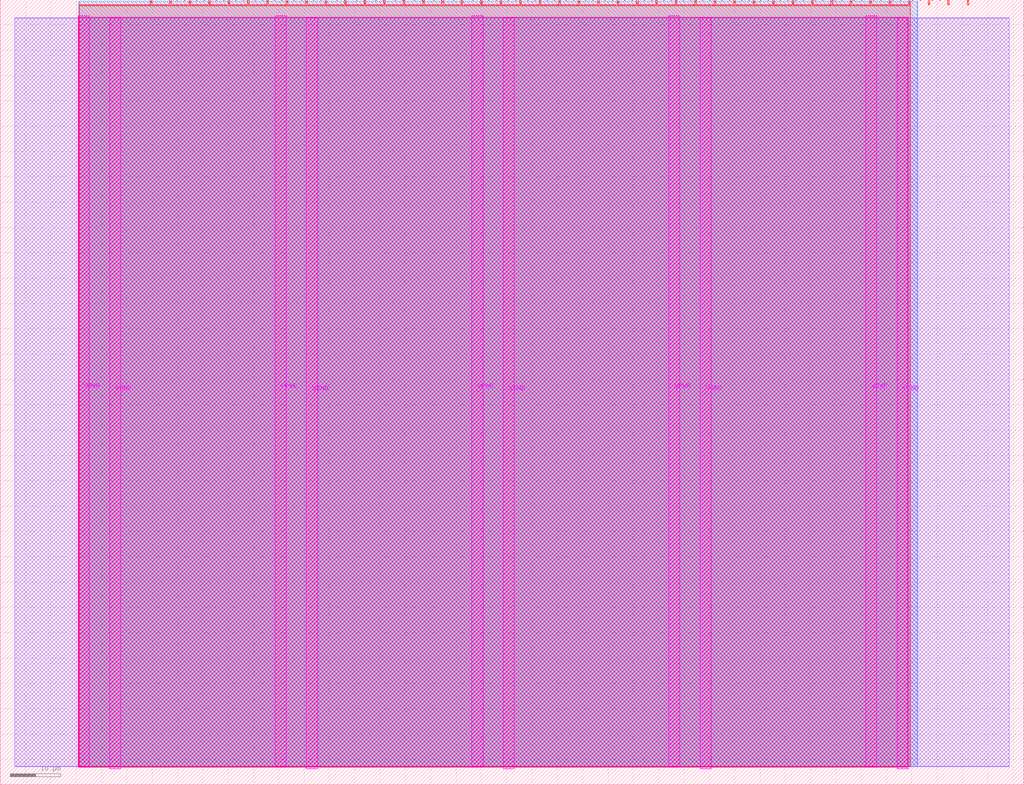
<source format=lef>
VERSION 5.7 ;
  NOWIREEXTENSIONATPIN ON ;
  DIVIDERCHAR "/" ;
  BUSBITCHARS "[]" ;
MACRO tt_um_wokwi_456571626036491265
  CLASS BLOCK ;
  FOREIGN tt_um_wokwi_456571626036491265 ;
  ORIGIN 0.000 0.000 ;
  SIZE 202.080 BY 154.980 ;
  PIN VGND
    DIRECTION INOUT ;
    USE GROUND ;
    PORT
      LAYER TopMetal1 ;
        RECT 21.580 3.150 23.780 151.420 ;
    END
    PORT
      LAYER TopMetal1 ;
        RECT 60.450 3.150 62.650 151.420 ;
    END
    PORT
      LAYER TopMetal1 ;
        RECT 99.320 3.150 101.520 151.420 ;
    END
    PORT
      LAYER TopMetal1 ;
        RECT 138.190 3.150 140.390 151.420 ;
    END
    PORT
      LAYER TopMetal1 ;
        RECT 177.060 3.150 179.260 151.420 ;
    END
  END VGND
  PIN VPWR
    DIRECTION INOUT ;
    USE POWER ;
    PORT
      LAYER TopMetal1 ;
        RECT 15.380 3.560 17.580 151.830 ;
    END
    PORT
      LAYER TopMetal1 ;
        RECT 54.250 3.560 56.450 151.830 ;
    END
    PORT
      LAYER TopMetal1 ;
        RECT 93.120 3.560 95.320 151.830 ;
    END
    PORT
      LAYER TopMetal1 ;
        RECT 131.990 3.560 134.190 151.830 ;
    END
    PORT
      LAYER TopMetal1 ;
        RECT 170.860 3.560 173.060 151.830 ;
    END
  END VPWR
  PIN clk
    DIRECTION INPUT ;
    USE SIGNAL ;
    PORT
      LAYER Metal4 ;
        RECT 187.050 153.980 187.350 154.980 ;
    END
  END clk
  PIN ena
    DIRECTION INPUT ;
    USE SIGNAL ;
    PORT
      LAYER Metal4 ;
        RECT 190.890 153.980 191.190 154.980 ;
    END
  END ena
  PIN rst_n
    DIRECTION INPUT ;
    USE SIGNAL ;
    PORT
      LAYER Metal4 ;
        RECT 183.210 153.980 183.510 154.980 ;
    END
  END rst_n
  PIN ui_in[0]
    DIRECTION INPUT ;
    USE SIGNAL ;
    ANTENNAGATEAREA 0.180700 ;
    PORT
      LAYER Metal4 ;
        RECT 179.370 153.980 179.670 154.980 ;
    END
  END ui_in[0]
  PIN ui_in[1]
    DIRECTION INPUT ;
    USE SIGNAL ;
    ANTENNAGATEAREA 0.180700 ;
    PORT
      LAYER Metal4 ;
        RECT 175.530 153.980 175.830 154.980 ;
    END
  END ui_in[1]
  PIN ui_in[2]
    DIRECTION INPUT ;
    USE SIGNAL ;
    PORT
      LAYER Metal4 ;
        RECT 171.690 153.980 171.990 154.980 ;
    END
  END ui_in[2]
  PIN ui_in[3]
    DIRECTION INPUT ;
    USE SIGNAL ;
    ANTENNAGATEAREA 0.180700 ;
    PORT
      LAYER Metal4 ;
        RECT 167.850 153.980 168.150 154.980 ;
    END
  END ui_in[3]
  PIN ui_in[4]
    DIRECTION INPUT ;
    USE SIGNAL ;
    ANTENNAGATEAREA 0.180700 ;
    PORT
      LAYER Metal4 ;
        RECT 164.010 153.980 164.310 154.980 ;
    END
  END ui_in[4]
  PIN ui_in[5]
    DIRECTION INPUT ;
    USE SIGNAL ;
    PORT
      LAYER Metal4 ;
        RECT 160.170 153.980 160.470 154.980 ;
    END
  END ui_in[5]
  PIN ui_in[6]
    DIRECTION INPUT ;
    USE SIGNAL ;
    ANTENNAGATEAREA 0.180700 ;
    PORT
      LAYER Metal4 ;
        RECT 156.330 153.980 156.630 154.980 ;
    END
  END ui_in[6]
  PIN ui_in[7]
    DIRECTION INPUT ;
    USE SIGNAL ;
    ANTENNAGATEAREA 0.180700 ;
    PORT
      LAYER Metal4 ;
        RECT 152.490 153.980 152.790 154.980 ;
    END
  END ui_in[7]
  PIN uio_in[0]
    DIRECTION INPUT ;
    USE SIGNAL ;
    PORT
      LAYER Metal4 ;
        RECT 148.650 153.980 148.950 154.980 ;
    END
  END uio_in[0]
  PIN uio_in[1]
    DIRECTION INPUT ;
    USE SIGNAL ;
    PORT
      LAYER Metal4 ;
        RECT 144.810 153.980 145.110 154.980 ;
    END
  END uio_in[1]
  PIN uio_in[2]
    DIRECTION INPUT ;
    USE SIGNAL ;
    PORT
      LAYER Metal4 ;
        RECT 140.970 153.980 141.270 154.980 ;
    END
  END uio_in[2]
  PIN uio_in[3]
    DIRECTION INPUT ;
    USE SIGNAL ;
    PORT
      LAYER Metal4 ;
        RECT 137.130 153.980 137.430 154.980 ;
    END
  END uio_in[3]
  PIN uio_in[4]
    DIRECTION INPUT ;
    USE SIGNAL ;
    PORT
      LAYER Metal4 ;
        RECT 133.290 153.980 133.590 154.980 ;
    END
  END uio_in[4]
  PIN uio_in[5]
    DIRECTION INPUT ;
    USE SIGNAL ;
    PORT
      LAYER Metal4 ;
        RECT 129.450 153.980 129.750 154.980 ;
    END
  END uio_in[5]
  PIN uio_in[6]
    DIRECTION INPUT ;
    USE SIGNAL ;
    PORT
      LAYER Metal4 ;
        RECT 125.610 153.980 125.910 154.980 ;
    END
  END uio_in[6]
  PIN uio_in[7]
    DIRECTION INPUT ;
    USE SIGNAL ;
    PORT
      LAYER Metal4 ;
        RECT 121.770 153.980 122.070 154.980 ;
    END
  END uio_in[7]
  PIN uio_oe[0]
    DIRECTION OUTPUT ;
    USE SIGNAL ;
    ANTENNADIFFAREA 0.299200 ;
    PORT
      LAYER Metal4 ;
        RECT 56.490 153.980 56.790 154.980 ;
    END
  END uio_oe[0]
  PIN uio_oe[1]
    DIRECTION OUTPUT ;
    USE SIGNAL ;
    ANTENNADIFFAREA 0.299200 ;
    PORT
      LAYER Metal4 ;
        RECT 52.650 153.980 52.950 154.980 ;
    END
  END uio_oe[1]
  PIN uio_oe[2]
    DIRECTION OUTPUT ;
    USE SIGNAL ;
    ANTENNADIFFAREA 0.299200 ;
    PORT
      LAYER Metal4 ;
        RECT 48.810 153.980 49.110 154.980 ;
    END
  END uio_oe[2]
  PIN uio_oe[3]
    DIRECTION OUTPUT ;
    USE SIGNAL ;
    ANTENNADIFFAREA 0.299200 ;
    PORT
      LAYER Metal4 ;
        RECT 44.970 153.980 45.270 154.980 ;
    END
  END uio_oe[3]
  PIN uio_oe[4]
    DIRECTION OUTPUT ;
    USE SIGNAL ;
    ANTENNADIFFAREA 0.299200 ;
    PORT
      LAYER Metal4 ;
        RECT 41.130 153.980 41.430 154.980 ;
    END
  END uio_oe[4]
  PIN uio_oe[5]
    DIRECTION OUTPUT ;
    USE SIGNAL ;
    ANTENNADIFFAREA 0.299200 ;
    PORT
      LAYER Metal4 ;
        RECT 37.290 153.980 37.590 154.980 ;
    END
  END uio_oe[5]
  PIN uio_oe[6]
    DIRECTION OUTPUT ;
    USE SIGNAL ;
    ANTENNADIFFAREA 0.299200 ;
    PORT
      LAYER Metal4 ;
        RECT 33.450 153.980 33.750 154.980 ;
    END
  END uio_oe[6]
  PIN uio_oe[7]
    DIRECTION OUTPUT ;
    USE SIGNAL ;
    ANTENNADIFFAREA 0.299200 ;
    PORT
      LAYER Metal4 ;
        RECT 29.610 153.980 29.910 154.980 ;
    END
  END uio_oe[7]
  PIN uio_out[0]
    DIRECTION OUTPUT ;
    USE SIGNAL ;
    ANTENNADIFFAREA 0.299200 ;
    PORT
      LAYER Metal4 ;
        RECT 87.210 153.980 87.510 154.980 ;
    END
  END uio_out[0]
  PIN uio_out[1]
    DIRECTION OUTPUT ;
    USE SIGNAL ;
    ANTENNADIFFAREA 0.299200 ;
    PORT
      LAYER Metal4 ;
        RECT 83.370 153.980 83.670 154.980 ;
    END
  END uio_out[1]
  PIN uio_out[2]
    DIRECTION OUTPUT ;
    USE SIGNAL ;
    ANTENNADIFFAREA 0.299200 ;
    PORT
      LAYER Metal4 ;
        RECT 79.530 153.980 79.830 154.980 ;
    END
  END uio_out[2]
  PIN uio_out[3]
    DIRECTION OUTPUT ;
    USE SIGNAL ;
    ANTENNADIFFAREA 0.299200 ;
    PORT
      LAYER Metal4 ;
        RECT 75.690 153.980 75.990 154.980 ;
    END
  END uio_out[3]
  PIN uio_out[4]
    DIRECTION OUTPUT ;
    USE SIGNAL ;
    ANTENNADIFFAREA 0.299200 ;
    PORT
      LAYER Metal4 ;
        RECT 71.850 153.980 72.150 154.980 ;
    END
  END uio_out[4]
  PIN uio_out[5]
    DIRECTION OUTPUT ;
    USE SIGNAL ;
    ANTENNADIFFAREA 0.299200 ;
    PORT
      LAYER Metal4 ;
        RECT 68.010 153.980 68.310 154.980 ;
    END
  END uio_out[5]
  PIN uio_out[6]
    DIRECTION OUTPUT ;
    USE SIGNAL ;
    ANTENNADIFFAREA 0.299200 ;
    PORT
      LAYER Metal4 ;
        RECT 64.170 153.980 64.470 154.980 ;
    END
  END uio_out[6]
  PIN uio_out[7]
    DIRECTION OUTPUT ;
    USE SIGNAL ;
    ANTENNADIFFAREA 0.299200 ;
    PORT
      LAYER Metal4 ;
        RECT 60.330 153.980 60.630 154.980 ;
    END
  END uio_out[7]
  PIN uo_out[0]
    DIRECTION OUTPUT ;
    USE SIGNAL ;
    ANTENNADIFFAREA 0.708600 ;
    PORT
      LAYER Metal4 ;
        RECT 117.930 153.980 118.230 154.980 ;
    END
  END uo_out[0]
  PIN uo_out[1]
    DIRECTION OUTPUT ;
    USE SIGNAL ;
    ANTENNADIFFAREA 0.708600 ;
    PORT
      LAYER Metal4 ;
        RECT 114.090 153.980 114.390 154.980 ;
    END
  END uo_out[1]
  PIN uo_out[2]
    DIRECTION OUTPUT ;
    USE SIGNAL ;
    ANTENNADIFFAREA 0.708600 ;
    PORT
      LAYER Metal4 ;
        RECT 110.250 153.980 110.550 154.980 ;
    END
  END uo_out[2]
  PIN uo_out[3]
    DIRECTION OUTPUT ;
    USE SIGNAL ;
    ANTENNADIFFAREA 0.299200 ;
    PORT
      LAYER Metal4 ;
        RECT 106.410 153.980 106.710 154.980 ;
    END
  END uo_out[3]
  PIN uo_out[4]
    DIRECTION OUTPUT ;
    USE SIGNAL ;
    ANTENNADIFFAREA 0.299200 ;
    PORT
      LAYER Metal4 ;
        RECT 102.570 153.980 102.870 154.980 ;
    END
  END uo_out[4]
  PIN uo_out[5]
    DIRECTION OUTPUT ;
    USE SIGNAL ;
    ANTENNADIFFAREA 0.299200 ;
    PORT
      LAYER Metal4 ;
        RECT 98.730 153.980 99.030 154.980 ;
    END
  END uo_out[5]
  PIN uo_out[6]
    DIRECTION OUTPUT ;
    USE SIGNAL ;
    ANTENNADIFFAREA 0.708600 ;
    PORT
      LAYER Metal4 ;
        RECT 94.890 153.980 95.190 154.980 ;
    END
  END uo_out[6]
  PIN uo_out[7]
    DIRECTION OUTPUT ;
    USE SIGNAL ;
    ANTENNADIFFAREA 0.299200 ;
    PORT
      LAYER Metal4 ;
        RECT 91.050 153.980 91.350 154.980 ;
    END
  END uo_out[7]
  OBS
      LAYER GatPoly ;
        RECT 2.880 3.630 199.200 151.350 ;
      LAYER Metal1 ;
        RECT 2.880 3.560 199.200 151.420 ;
      LAYER Metal2 ;
        RECT 15.560 3.635 181.065 154.705 ;
      LAYER Metal3 ;
        RECT 15.515 3.680 181.105 154.660 ;
      LAYER Metal4 ;
        RECT 15.560 153.770 29.400 153.980 ;
        RECT 30.120 153.770 33.240 153.980 ;
        RECT 33.960 153.770 37.080 153.980 ;
        RECT 37.800 153.770 40.920 153.980 ;
        RECT 41.640 153.770 44.760 153.980 ;
        RECT 45.480 153.770 48.600 153.980 ;
        RECT 49.320 153.770 52.440 153.980 ;
        RECT 53.160 153.770 56.280 153.980 ;
        RECT 57.000 153.770 60.120 153.980 ;
        RECT 60.840 153.770 63.960 153.980 ;
        RECT 64.680 153.770 67.800 153.980 ;
        RECT 68.520 153.770 71.640 153.980 ;
        RECT 72.360 153.770 75.480 153.980 ;
        RECT 76.200 153.770 79.320 153.980 ;
        RECT 80.040 153.770 83.160 153.980 ;
        RECT 83.880 153.770 87.000 153.980 ;
        RECT 87.720 153.770 90.840 153.980 ;
        RECT 91.560 153.770 94.680 153.980 ;
        RECT 95.400 153.770 98.520 153.980 ;
        RECT 99.240 153.770 102.360 153.980 ;
        RECT 103.080 153.770 106.200 153.980 ;
        RECT 106.920 153.770 110.040 153.980 ;
        RECT 110.760 153.770 113.880 153.980 ;
        RECT 114.600 153.770 117.720 153.980 ;
        RECT 118.440 153.770 121.560 153.980 ;
        RECT 122.280 153.770 125.400 153.980 ;
        RECT 126.120 153.770 129.240 153.980 ;
        RECT 129.960 153.770 133.080 153.980 ;
        RECT 133.800 153.770 136.920 153.980 ;
        RECT 137.640 153.770 140.760 153.980 ;
        RECT 141.480 153.770 144.600 153.980 ;
        RECT 145.320 153.770 148.440 153.980 ;
        RECT 149.160 153.770 152.280 153.980 ;
        RECT 153.000 153.770 156.120 153.980 ;
        RECT 156.840 153.770 159.960 153.980 ;
        RECT 160.680 153.770 163.800 153.980 ;
        RECT 164.520 153.770 167.640 153.980 ;
        RECT 168.360 153.770 171.480 153.980 ;
        RECT 172.200 153.770 175.320 153.980 ;
        RECT 176.040 153.770 179.160 153.980 ;
        RECT 15.560 3.635 179.620 153.770 ;
      LAYER Metal5 ;
        RECT 15.515 3.470 179.125 151.510 ;
  END
END tt_um_wokwi_456571626036491265
END LIBRARY


</source>
